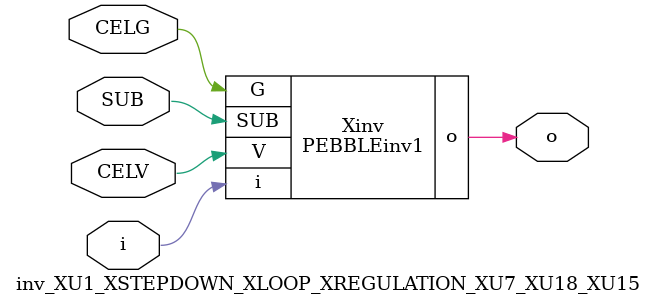
<source format=v>



module PEBBLEinv1 ( o, G, SUB, V, i );

  input V;
  input i;
  input G;
  output o;
  input SUB;
endmodule

//Celera Confidential Do Not Copy inv_XU1_XSTEPDOWN_XLOOP_XREGULATION_XU7_XU18_XU15
//Celera Confidential Symbol Generator
//5V Inverter
module inv_XU1_XSTEPDOWN_XLOOP_XREGULATION_XU7_XU18_XU15 (CELV,CELG,i,o,SUB);
input CELV;
input CELG;
input i;
input SUB;
output o;

//Celera Confidential Do Not Copy inv
PEBBLEinv1 Xinv(
.V (CELV),
.i (i),
.o (o),
.SUB (SUB),
.G (CELG)
);
//,diesize,PEBBLEinv1

//Celera Confidential Do Not Copy Module End
//Celera Schematic Generator
endmodule

</source>
